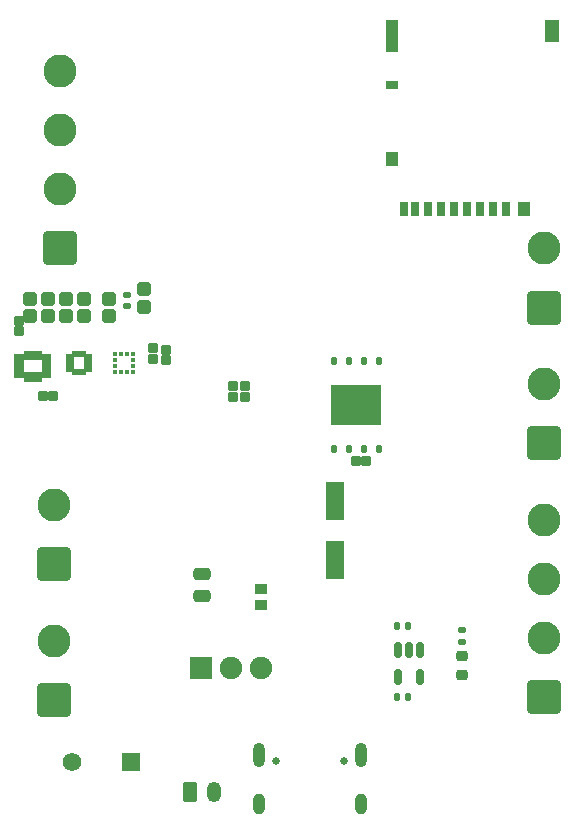
<source format=gbr>
G04 #@! TF.GenerationSoftware,KiCad,Pcbnew,9.0.3*
G04 #@! TF.CreationDate,2025-12-20T12:13:59-05:00*
G04 #@! TF.ProjectId,Experimental,45787065-7269-46d6-956e-74616c2e6b69,rev?*
G04 #@! TF.SameCoordinates,Original*
G04 #@! TF.FileFunction,Soldermask,Bot*
G04 #@! TF.FilePolarity,Negative*
%FSLAX46Y46*%
G04 Gerber Fmt 4.6, Leading zero omitted, Abs format (unit mm)*
G04 Created by KiCad (PCBNEW 9.0.3) date 2025-12-20 12:13:59*
%MOMM*%
%LPD*%
G01*
G04 APERTURE LIST*
G04 Aperture macros list*
%AMRoundRect*
0 Rectangle with rounded corners*
0 $1 Rounding radius*
0 $2 $3 $4 $5 $6 $7 $8 $9 X,Y pos of 4 corners*
0 Add a 4 corners polygon primitive as box body*
4,1,4,$2,$3,$4,$5,$6,$7,$8,$9,$2,$3,0*
0 Add four circle primitives for the rounded corners*
1,1,$1+$1,$2,$3*
1,1,$1+$1,$4,$5*
1,1,$1+$1,$6,$7*
1,1,$1+$1,$8,$9*
0 Add four rect primitives between the rounded corners*
20,1,$1+$1,$2,$3,$4,$5,0*
20,1,$1+$1,$4,$5,$6,$7,0*
20,1,$1+$1,$6,$7,$8,$9,0*
20,1,$1+$1,$8,$9,$2,$3,0*%
G04 Aperture macros list end*
%ADD10C,0.010000*%
%ADD11C,0.650000*%
%ADD12O,1.000000X2.100000*%
%ADD13O,1.000000X1.800000*%
%ADD14RoundRect,0.250000X-0.350000X-0.625000X0.350000X-0.625000X0.350000X0.625000X-0.350000X0.625000X0*%
%ADD15O,1.200000X1.750000*%
%ADD16RoundRect,0.250001X1.149999X-1.149999X1.149999X1.149999X-1.149999X1.149999X-1.149999X-1.149999X0*%
%ADD17C,2.800000*%
%ADD18R,1.575000X1.575000*%
%ADD19C,1.575000*%
%ADD20RoundRect,0.209750X-0.209750X-0.209750X0.209750X-0.209750X0.209750X0.209750X-0.209750X0.209750X0*%
%ADD21RoundRect,0.140000X0.140000X0.170000X-0.140000X0.170000X-0.140000X-0.170000X0.140000X-0.170000X0*%
%ADD22RoundRect,0.141750X0.425250X-0.435250X0.425250X0.435250X-0.425250X0.435250X-0.425250X-0.435250X0*%
%ADD23RoundRect,0.140000X0.170000X-0.140000X0.170000X0.140000X-0.170000X0.140000X-0.170000X-0.140000X0*%
%ADD24RoundRect,0.024930X0.267070X-0.252070X0.267070X0.252070X-0.267070X0.252070X-0.267070X-0.252070X0*%
%ADD25RoundRect,0.250000X-0.475000X0.250000X-0.475000X-0.250000X0.475000X-0.250000X0.475000X0.250000X0*%
%ADD26RoundRect,0.141750X-0.425250X0.435250X-0.425250X-0.435250X0.425250X-0.435250X0.425250X0.435250X0*%
%ADD27R,0.700000X1.200000*%
%ADD28R,1.000000X0.800000*%
%ADD29R,1.000000X1.200000*%
%ADD30R,1.000000X2.800000*%
%ADD31R,1.300000X1.900000*%
%ADD32RoundRect,0.102000X-0.855000X-0.855000X0.855000X-0.855000X0.855000X0.855000X-0.855000X0.855000X0*%
%ADD33C,1.914000*%
%ADD34RoundRect,0.209750X-0.209750X0.209750X-0.209750X-0.209750X0.209750X-0.209750X0.209750X0.209750X0*%
%ADD35RoundRect,0.150000X-0.150000X0.512500X-0.150000X-0.512500X0.150000X-0.512500X0.150000X0.512500X0*%
%ADD36RoundRect,0.209750X0.209750X-0.209750X0.209750X0.209750X-0.209750X0.209750X-0.209750X-0.209750X0*%
%ADD37R,1.600000X3.200000*%
%ADD38RoundRect,0.125000X0.125000X-0.200000X0.125000X0.200000X-0.125000X0.200000X-0.125000X-0.200000X0*%
%ADD39R,4.300000X3.400000*%
%ADD40R,0.375000X0.350000*%
%ADD41R,0.350000X0.375000*%
%ADD42RoundRect,0.135000X-0.185000X0.135000X-0.185000X-0.135000X0.185000X-0.135000X0.185000X0.135000X0*%
%ADD43RoundRect,0.218750X0.256250X-0.218750X0.256250X0.218750X-0.256250X0.218750X-0.256250X-0.218750X0*%
%ADD44R,1.020000X0.890000*%
G04 APERTURE END LIST*
D10*
X101833400Y-81405000D02*
X101123400Y-81405000D01*
X101123400Y-80955000D01*
X101833400Y-80955000D01*
X101833400Y-81405000D01*
G36*
X101833400Y-81405000D02*
G01*
X101123400Y-81405000D01*
X101123400Y-80955000D01*
X101833400Y-80955000D01*
X101833400Y-81405000D01*
G37*
X101833400Y-81905000D02*
X101123400Y-81905000D01*
X101123400Y-81455000D01*
X101833400Y-81455000D01*
X101833400Y-81905000D01*
G36*
X101833400Y-81905000D02*
G01*
X101123400Y-81905000D01*
X101123400Y-81455000D01*
X101833400Y-81455000D01*
X101833400Y-81905000D01*
G37*
X101833400Y-80905000D02*
X101123400Y-80905000D01*
X101123400Y-80455000D01*
X101833400Y-80455000D01*
X101833400Y-80905000D01*
G36*
X101833400Y-80905000D02*
G01*
X101123400Y-80905000D01*
X101123400Y-80455000D01*
X101833400Y-80455000D01*
X101833400Y-80905000D01*
G37*
X101833400Y-80405000D02*
X101123400Y-80405000D01*
X101123400Y-79955000D01*
X101833400Y-79955000D01*
X101833400Y-80405000D01*
G36*
X101833400Y-80405000D02*
G01*
X101123400Y-80405000D01*
X101123400Y-79955000D01*
X101833400Y-79955000D01*
X101833400Y-80405000D01*
G37*
X102863400Y-80370000D02*
X102413400Y-80370000D01*
X102413400Y-79660000D01*
X102863400Y-79660000D01*
X102863400Y-80370000D01*
G36*
X102863400Y-80370000D02*
G01*
X102413400Y-80370000D01*
X102413400Y-79660000D01*
X102863400Y-79660000D01*
X102863400Y-80370000D01*
G37*
X102363400Y-80370000D02*
X101913400Y-80370000D01*
X101913400Y-79660000D01*
X102363400Y-79660000D01*
X102363400Y-80370000D01*
G36*
X102363400Y-80370000D02*
G01*
X101913400Y-80370000D01*
X101913400Y-79660000D01*
X102363400Y-79660000D01*
X102363400Y-80370000D01*
G37*
X103363400Y-80370000D02*
X102913400Y-80370000D01*
X102913400Y-79660000D01*
X103363400Y-79660000D01*
X103363400Y-80370000D01*
G36*
X103363400Y-80370000D02*
G01*
X102913400Y-80370000D01*
X102913400Y-79660000D01*
X103363400Y-79660000D01*
X103363400Y-80370000D01*
G37*
X104153400Y-80905000D02*
X103443400Y-80905000D01*
X103443400Y-80455000D01*
X104153400Y-80455000D01*
X104153400Y-80905000D01*
G36*
X104153400Y-80905000D02*
G01*
X103443400Y-80905000D01*
X103443400Y-80455000D01*
X104153400Y-80455000D01*
X104153400Y-80905000D01*
G37*
X104153400Y-80405000D02*
X103443400Y-80405000D01*
X103443400Y-79955000D01*
X104153400Y-79955000D01*
X104153400Y-80405000D01*
G36*
X104153400Y-80405000D02*
G01*
X103443400Y-80405000D01*
X103443400Y-79955000D01*
X104153400Y-79955000D01*
X104153400Y-80405000D01*
G37*
X104153400Y-81405000D02*
X103443400Y-81405000D01*
X103443400Y-80955000D01*
X104153400Y-80955000D01*
X104153400Y-81405000D01*
G36*
X104153400Y-81405000D02*
G01*
X103443400Y-81405000D01*
X103443400Y-80955000D01*
X104153400Y-80955000D01*
X104153400Y-81405000D01*
G37*
X104153400Y-81905000D02*
X103443400Y-81905000D01*
X103443400Y-81455000D01*
X104153400Y-81455000D01*
X104153400Y-81905000D01*
G36*
X104153400Y-81905000D02*
G01*
X103443400Y-81905000D01*
X103443400Y-81455000D01*
X104153400Y-81455000D01*
X104153400Y-81905000D01*
G37*
X102863400Y-82200000D02*
X102413400Y-82200000D01*
X102413400Y-81490000D01*
X102863400Y-81490000D01*
X102863400Y-82200000D01*
G36*
X102863400Y-82200000D02*
G01*
X102413400Y-82200000D01*
X102413400Y-81490000D01*
X102863400Y-81490000D01*
X102863400Y-82200000D01*
G37*
X103363400Y-82200000D02*
X102913400Y-82200000D01*
X102913400Y-81490000D01*
X103363400Y-81490000D01*
X103363400Y-82200000D01*
G36*
X103363400Y-82200000D02*
G01*
X102913400Y-82200000D01*
X102913400Y-81490000D01*
X103363400Y-81490000D01*
X103363400Y-82200000D01*
G37*
X102363400Y-82200000D02*
X101913400Y-82200000D01*
X101913400Y-81490000D01*
X102363400Y-81490000D01*
X102363400Y-82200000D01*
G36*
X102363400Y-82200000D02*
G01*
X101913400Y-82200000D01*
X101913400Y-81490000D01*
X102363400Y-81490000D01*
X102363400Y-82200000D01*
G37*
D11*
X123248400Y-114395000D03*
X129028400Y-114395000D03*
D12*
X121818400Y-113895000D03*
D13*
X121818400Y-118075000D03*
D12*
X130458400Y-113895000D03*
D13*
X130458400Y-118075000D03*
D14*
X116000000Y-117000000D03*
D15*
X118000000Y-117000000D03*
D16*
X145967500Y-87500000D03*
D17*
X145967500Y-82500000D03*
D16*
X146000000Y-76000000D03*
D17*
X146000000Y-71000000D03*
D18*
X111000000Y-114500000D03*
D19*
X106000000Y-114500000D03*
D16*
X104467500Y-109250000D03*
D17*
X104467500Y-104250000D03*
D16*
X146000000Y-109000000D03*
D17*
X146000000Y-104000000D03*
X146000000Y-99000000D03*
X146000000Y-94000000D03*
D16*
X105000000Y-71000000D03*
D17*
X105000000Y-66000000D03*
X105000000Y-61000000D03*
X105000000Y-56000000D03*
D16*
X104467500Y-97750000D03*
D17*
X104467500Y-92750000D03*
D20*
X112861600Y-80330000D03*
X112861600Y-79441000D03*
D21*
X134480000Y-103000000D03*
X133520000Y-103000000D03*
D22*
X107000000Y-76740000D03*
X107000000Y-75260000D03*
X109138400Y-76740000D03*
X109138400Y-75260000D03*
X112138400Y-75930000D03*
X112138400Y-74450000D03*
D23*
X110638400Y-75910000D03*
X110638400Y-74950000D03*
D24*
X106888400Y-81445000D03*
X106388400Y-81445000D03*
X105873400Y-81180000D03*
X105873400Y-80680000D03*
X105873400Y-80180000D03*
X106388400Y-79915000D03*
X106888400Y-79915000D03*
X107403400Y-80180000D03*
X107403400Y-80680000D03*
X107403400Y-81180000D03*
D25*
X117000000Y-98550000D03*
X117000000Y-100450000D03*
D20*
X120638400Y-83559000D03*
X120638400Y-82670000D03*
D26*
X104000000Y-75260000D03*
X104000000Y-76740000D03*
D27*
X142745000Y-67690000D03*
X141645000Y-67690000D03*
X140545000Y-67690000D03*
X139445000Y-67690000D03*
X138345000Y-67690000D03*
X137245000Y-67690000D03*
X136145000Y-67690000D03*
X135045000Y-67690000D03*
X134095000Y-67690000D03*
D28*
X133145000Y-57190000D03*
D29*
X133145000Y-63390000D03*
D30*
X133145000Y-53040000D03*
D29*
X144295000Y-67690000D03*
D31*
X146645000Y-52590000D03*
D32*
X116960000Y-106500000D03*
D33*
X119500000Y-106500000D03*
X122040000Y-106500000D03*
D34*
X103555500Y-83500000D03*
X104444500Y-83500000D03*
D35*
X133600000Y-105000000D03*
X134550000Y-105000000D03*
X135500000Y-105000000D03*
X135500000Y-107275000D03*
X133600000Y-107275000D03*
D20*
X119638400Y-83559000D03*
X119638400Y-82670000D03*
D36*
X130944500Y-89000000D03*
X130055500Y-89000000D03*
D20*
X101500000Y-78000000D03*
X101500000Y-77111000D03*
D22*
X105500000Y-76740000D03*
X105500000Y-75260000D03*
D20*
X114000000Y-80444500D03*
X114000000Y-79555500D03*
D21*
X134480000Y-109000000D03*
X133520000Y-109000000D03*
D37*
X128325000Y-97395000D03*
X128325000Y-92395000D03*
D38*
X131980000Y-88000000D03*
X130710000Y-88000000D03*
X129440000Y-88000000D03*
X128170000Y-88000000D03*
X128170000Y-80500000D03*
X129440000Y-80500000D03*
X130710000Y-80500000D03*
X131980000Y-80500000D03*
D39*
X130075000Y-84250000D03*
D40*
X109625900Y-81417500D03*
X109625900Y-80917500D03*
X109625900Y-80417500D03*
X109625900Y-79917500D03*
D41*
X110138400Y-79905000D03*
X110638400Y-79905000D03*
D40*
X111150900Y-79917500D03*
X111150900Y-80417500D03*
X111150900Y-80917500D03*
X111150900Y-81417500D03*
D41*
X110638400Y-81430000D03*
X110138400Y-81430000D03*
D42*
X139000000Y-103277500D03*
X139000000Y-104297500D03*
D43*
X139000000Y-107075000D03*
X139000000Y-105500000D03*
D26*
X102500000Y-75260000D03*
X102500000Y-76740000D03*
D44*
X122000000Y-99830000D03*
X122000000Y-101170000D03*
M02*

</source>
